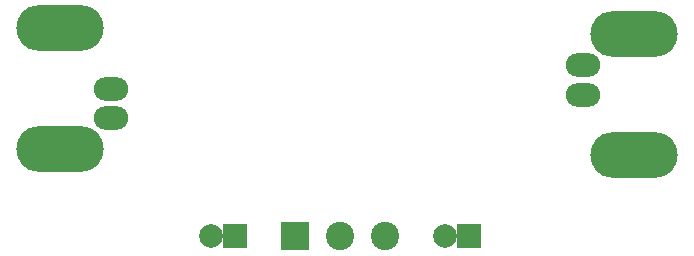
<source format=gts>
G04 #@! TF.FileFunction,Soldermask,Top*
%FSLAX46Y46*%
G04 Gerber Fmt 4.6, Leading zero omitted, Abs format (unit mm)*
G04 Created by KiCad (PCBNEW 4.0.7) date Thu May  3 16:22:41 2018*
%MOMM*%
%LPD*%
G01*
G04 APERTURE LIST*
%ADD10C,0.100000*%
%ADD11R,2.000000X2.000000*%
%ADD12C,2.000000*%
%ADD13O,7.400240X3.900120*%
%ADD14O,2.899360X2.000200*%
%ADD15C,2.400000*%
%ADD16R,2.400000X2.400000*%
G04 APERTURE END LIST*
D10*
D11*
X92456000Y-77216000D03*
D12*
X90456000Y-77216000D03*
D11*
X72644000Y-77216000D03*
D12*
X70644000Y-77216000D03*
D13*
X57886600Y-69867780D03*
X57886600Y-59669680D03*
D14*
X62151260Y-64770000D03*
X62151260Y-67269360D03*
D15*
X85344000Y-77216000D03*
D16*
X77724000Y-77216000D03*
D15*
X81534000Y-77216000D03*
D13*
X106451400Y-60180220D03*
X106451400Y-70378320D03*
D14*
X102186740Y-65278000D03*
X102186740Y-62778640D03*
M02*

</source>
